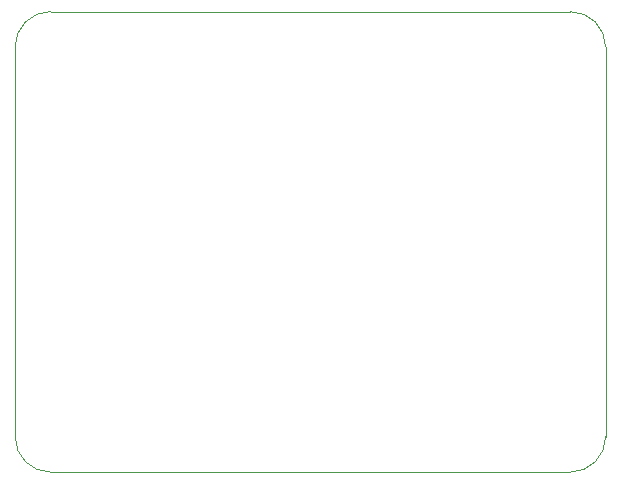
<source format=gko>
G04 #@! TF.GenerationSoftware,KiCad,Pcbnew,(5.1.5)-3*
G04 #@! TF.CreationDate,2020-04-04T15:48:41+02:00*
G04 #@! TF.ProjectId,power-resistor,706f7765-722d-4726-9573-6973746f722e,rev?*
G04 #@! TF.SameCoordinates,Original*
G04 #@! TF.FileFunction,Profile,NP*
%FSLAX46Y46*%
G04 Gerber Fmt 4.6, Leading zero omitted, Abs format (unit mm)*
G04 Created by KiCad (PCBNEW (5.1.5)-3) date 2020-04-04 15:48:41*
%MOMM*%
%LPD*%
G04 APERTURE LIST*
%ADD10C,0.050000*%
G04 APERTURE END LIST*
D10*
X175000000Y-91000000D02*
G75*
G02X178000000Y-94000000I0J-3000000D01*
G01*
X128000000Y-94000000D02*
G75*
G02X131000000Y-91000000I3000000J0D01*
G01*
X131000000Y-130000000D02*
G75*
G02X128000000Y-127000000I0J3000000D01*
G01*
X178000000Y-127000000D02*
G75*
G02X175000000Y-130000000I-3000000J0D01*
G01*
X128000000Y-127000000D02*
X128000000Y-94000000D01*
X175000000Y-130000000D02*
X131000000Y-130000000D01*
X178000000Y-94000000D02*
X178000000Y-127000000D01*
X175000000Y-91000000D02*
X131000000Y-91000000D01*
M02*

</source>
